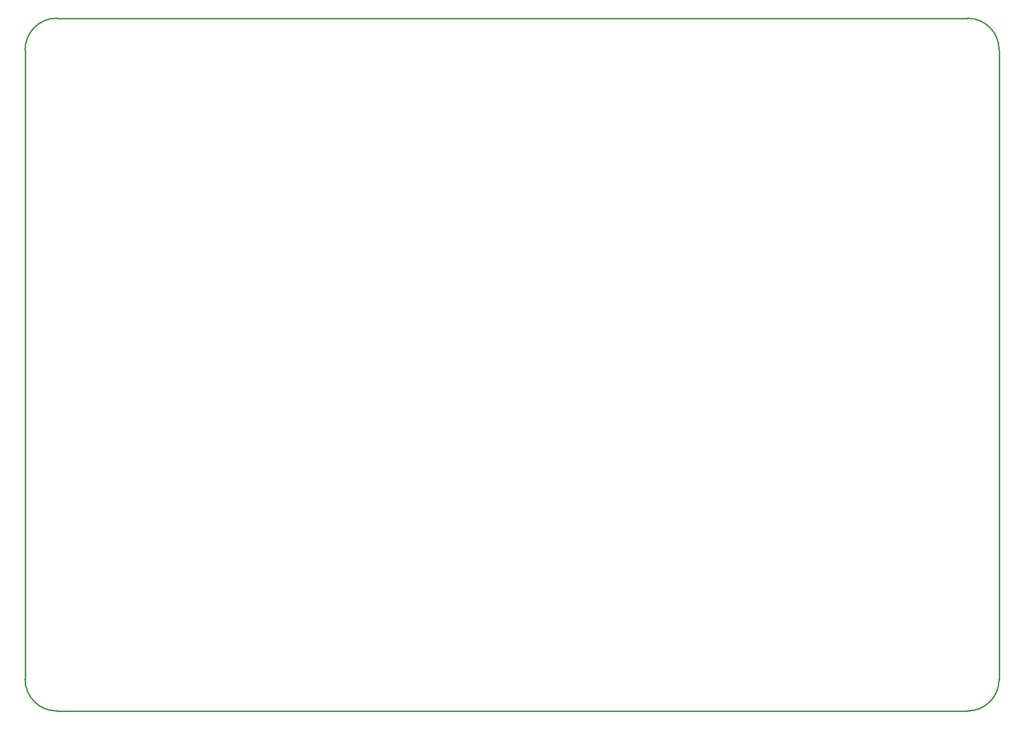
<source format=gm1>
G04*
G04 #@! TF.GenerationSoftware,Altium Limited,Altium Designer,22.2.1 (43)*
G04*
G04 Layer_Color=16711935*
%FSLAX25Y25*%
%MOIN*%
G70*
G04*
G04 #@! TF.SameCoordinates,848C5CEF-A0A5-40A2-882F-BA2EA4B76D18*
G04*
G04*
G04 #@! TF.FilePolarity,Positive*
G04*
G01*
G75*
%ADD10C,0.01000*%
D10*
X-334646Y-216535D02*
G03*
X-312992Y-238189I21654J0D01*
G01*
X312992D02*
G03*
X334646Y-216535I0J21654D01*
G01*
Y216535D02*
G03*
X312992Y238189I-21654J0D01*
G01*
X-312992D02*
G03*
X-334646Y216535I0J-21654D01*
G01*
X-312992Y-238189D02*
X0Y-238189D01*
X-334646Y-216535D02*
X-334646Y0D01*
X334646D02*
X334646Y-216535D01*
X0Y-238189D02*
X312992Y-238189D01*
X0Y238189D02*
X312992Y238189D01*
X334646Y0D02*
X334646Y216535D01*
X-334646D02*
X-334646Y0D01*
X-312992Y238189D02*
X0Y238189D01*
X-334646Y-216535D02*
G03*
X-312992Y-238189I21654J0D01*
G01*
X312992D02*
G03*
X334646Y-216535I0J21654D01*
G01*
Y216535D02*
G03*
X312992Y238189I-21654J0D01*
G01*
X-312992D02*
G03*
X-334646Y216535I0J-21654D01*
G01*
X-312992Y-238189D02*
X0Y-238189D01*
X-334646Y-216535D02*
X-334646Y0D01*
X334646D02*
X334646Y-216535D01*
X0Y-238189D02*
X312992Y-238189D01*
X0Y238189D02*
X312992Y238189D01*
X334646Y0D02*
X334646Y216535D01*
X-334646D02*
X-334646Y0D01*
X-312992Y238189D02*
X0Y238189D01*
M02*

</source>
